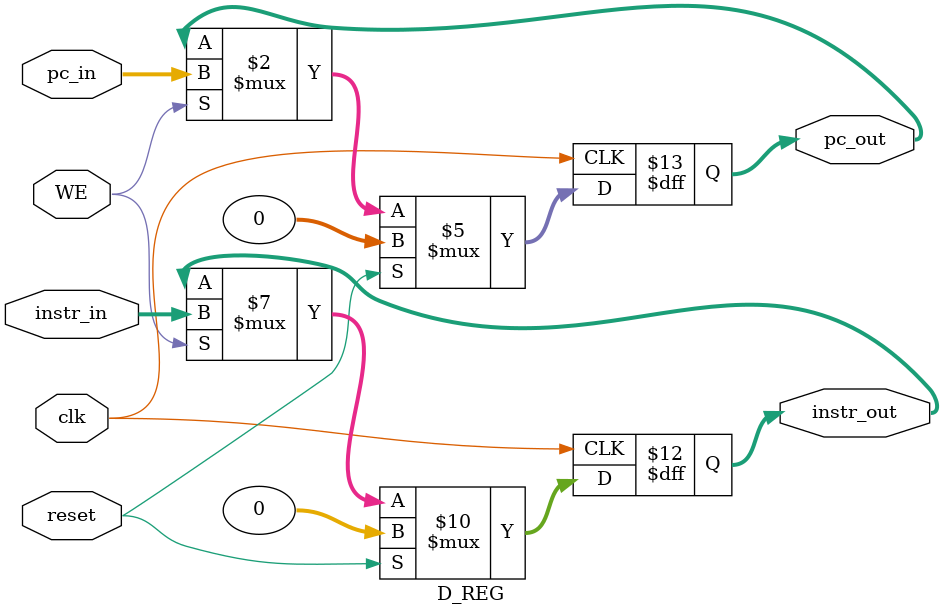
<source format=v>
`timescale 1ns / 1ps
`include "const.v"

module D_REG (
    input clk,
    input reset,
    input WE,
    input [31:0] instr_in,
    input [31:0] pc_in,
    output reg [31:0] instr_out,
    output reg [31:0] pc_out
);

    always @(posedge clk) begin
        if (reset) begin
            instr_out   <= 0;
            pc_out      <= 0;
        end else if(WE) begin
            instr_out   <= instr_in;
            pc_out      <= pc_in;
        end
    end

endmodule
</source>
